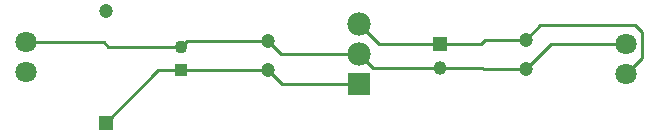
<source format=gbl>
G04*
G04 #@! TF.GenerationSoftware,Altium Limited,Altium Designer,19.1.8 (144)*
G04*
G04 Layer_Physical_Order=2*
G04 Layer_Color=16711680*
%FSLAX44Y44*%
%MOMM*%
G71*
G01*
G75*
%ADD12C,0.2540*%
%ADD22R,1.9800X1.9800*%
%ADD23C,1.9800*%
%ADD24R,1.2000X1.2000*%
%ADD25C,1.2000*%
%ADD26C,1.8000*%
%ADD27R,1.1500X1.1500*%
%ADD28C,1.1500*%
%ADD29R,1.1000X1.1000*%
%ADD30C,1.1000*%
D12*
X367450Y-76520D02*
X419100D01*
X350520Y-59590D02*
X367450Y-76520D01*
X361950Y-96520D02*
X419100D01*
X350520Y-85090D02*
X361950Y-96520D01*
X513080Y-76200D02*
X576580D01*
X491490Y-97790D02*
X513080Y-76200D01*
X137922Y-78740D02*
X199390D01*
X134112Y-74930D02*
X137922Y-78740D01*
X68580Y-74930D02*
X134112D01*
X284480Y-85090D02*
X350520D01*
X273050Y-73660D02*
X284480Y-85090D01*
X204470Y-73660D02*
X273050D01*
X199390Y-78740D02*
X204470Y-73660D01*
X284980Y-110590D02*
X350520D01*
X273050Y-98660D02*
X284980Y-110590D01*
X576580Y-101600D02*
X589534Y-88646D01*
Y-66040D01*
X584200Y-60706D02*
X589534Y-66040D01*
X503574Y-60706D02*
X584200D01*
X491490Y-72790D02*
X503574Y-60706D01*
X180410Y-98740D02*
X199390D01*
X135890Y-143260D02*
X180410Y-98740D01*
X457120Y-72790D02*
X491490D01*
X453390Y-76520D02*
X457120Y-72790D01*
X419100Y-76520D02*
X453390D01*
X455930Y-97790D02*
X491490D01*
X454660Y-96520D02*
X455930Y-97790D01*
X419100Y-96520D02*
X454660D01*
X236046Y-98660D02*
X273050D01*
X235966Y-98740D02*
X236046Y-98660D01*
X199390Y-98740D02*
X235966D01*
D22*
X350520Y-110590D02*
D03*
D23*
Y-85090D02*
D03*
Y-59590D02*
D03*
D24*
X135890Y-143260D02*
D03*
D25*
Y-48260D02*
D03*
X491490Y-72790D02*
D03*
Y-97790D02*
D03*
X273050Y-98660D02*
D03*
Y-73660D02*
D03*
D26*
X576580Y-101600D02*
D03*
Y-76200D02*
D03*
X68580Y-74930D02*
D03*
Y-100330D02*
D03*
D27*
X419100Y-76520D02*
D03*
D28*
Y-96520D02*
D03*
D29*
X199390Y-98740D02*
D03*
D30*
Y-78740D02*
D03*
M02*

</source>
